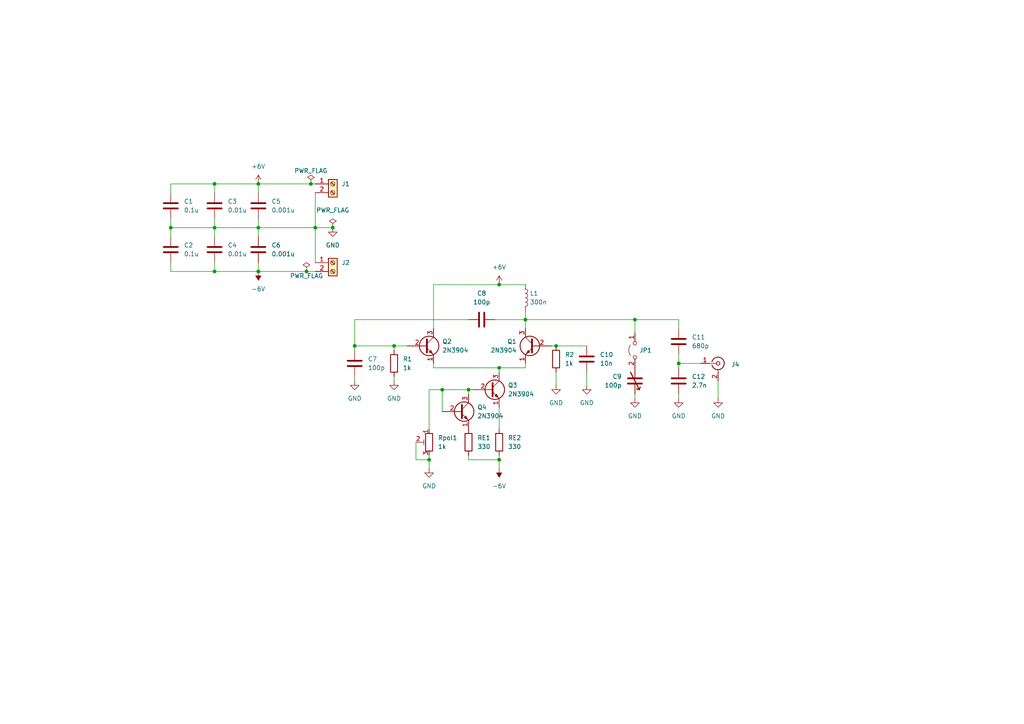
<source format=kicad_sch>
(kicad_sch (version 20231120) (generator "eeschema") (generator_version "8.0")
  (paper "A4")
  (lib_symbols
    (symbol "Connector:Conn_Coaxial" (pin_names (offset 1.016) hide)
      (property "Reference" "J" (at 0.254 3.048 0))
      (property "Value" "Conn_Coaxial" (at 2.921 0 90))
      (symbol "Conn_Coaxial_0_1"
        (arc (start -1.778 -0.508) (mid 0.2311 -1.8066) (end 1.778 0) (stroke (width 0.254)))
        (polyline (pts (xy -2.54 0) (xy -0.508 0)))
        (polyline (pts (xy 0 -2.54) (xy 0 -1.778)))
        (circle (center 0 0) (radius 0.508) (stroke (width 0.2032)))
        (arc (start 1.778 0) (mid 0.2099 1.8101) (end -1.778 0.508) (stroke (width 0.254)))
      )
      (symbol "Conn_Coaxial_1_1"
        (pin passive line (at -5.08 0 0) (length 2.54) (name "In") (number "1"))
        (pin passive line (at 0 -5.08 90) (length 2.54) (name "Ext") (number "2"))
      )
    )
    (symbol "Connector:Screw_Terminal_01x02" (pin_names (offset 1.016) hide)
      (property "Reference" "J" (at 0 2.54 0))
      (property "Value" "Screw_Terminal_01x02" (at 0 -5.08 0))
      (symbol "Screw_Terminal_01x02_1_1"
        (rectangle (start -1.27 1.27) (end 1.27 -3.81) (stroke (width 0.254)) (fill (type background)))
        (circle (center 0 -2.54) (radius 0.635) (stroke (width 0.1524)))
        (polyline (pts (xy -0.5334 -2.2098) (xy 0.3302 -3.048)) (stroke (width 0.1524)))
        (polyline (pts (xy -0.5334 0.3302) (xy 0.3302 -0.508)) (stroke (width 0.1524)))
        (polyline (pts (xy -0.3556 -2.032) (xy 0.508 -2.8702)) (stroke (width 0.1524)))
        (polyline (pts (xy -0.3556 0.508) (xy 0.508 -0.3302)) (stroke (width 0.1524)))
        (circle (center 0 0) (radius 0.635) (stroke (width 0.1524)))
        (pin passive line (at -5.08 0 0) (length 3.81) (name "Pin_1") (number "1"))
        (pin passive line (at -5.08 -2.54 0) (length 3.81) (name "Pin_2") (number "2"))
      )
    )
    (symbol "Device:C" (pin_numbers hide) (pin_names (offset 0.254))
      (property "Reference" "C" (at 0.635 2.54 0))
      (property "Value" "C" (at 0.635 -2.54 0))
      (symbol "C_0_1"
        (polyline (pts (xy -2.032 -0.762) (xy 2.032 -0.762)) (stroke (width 0.508)))
        (polyline (pts (xy -2.032 0.762) (xy 2.032 0.762)) (stroke (width 0.508)))
      )
      (symbol "C_1_1"
        (pin passive line (at 0 3.81 270) (length 2.794) (name "~") (number "1"))
        (pin passive line (at 0 -3.81 90) (length 2.794) (name "~") (number "2"))
      )
    )
    (symbol "Device:C_Variable" (pin_numbers hide) (pin_names (offset 0.254) hide)
      (property "Reference" "C" (at 0.635 -1.905 0))
      (property "Value" "C_Variable" (at 0.635 -3.81 0))
      (symbol "C_Variable_0_1"
        (polyline (pts (xy -2.032 -0.762) (xy 2.032 -0.762)) (stroke (width 0.508)))
        (polyline (pts (xy -2.032 0.762) (xy 2.032 0.762)) (stroke (width 0.508)))
        (polyline (pts (xy 1.27 2.54) (xy -1.27 -2.54)) (stroke (width 0.3048)))
        (polyline (pts (xy 1.27 2.54) (xy 0.508 2.286)) (stroke (width 0.3048)))
        (polyline (pts (xy 1.27 2.54) (xy 1.524 1.778)) (stroke (width 0.3048)))
      )
      (symbol "C_Variable_1_1"
        (pin passive line (at 0 3.81 270) (length 3.048) (name "~") (number "1"))
        (pin passive line (at 0 -3.81 90) (length 3.048) (name "~") (number "2"))
      )
    )
    (symbol "Device:L" (pin_numbers hide) (pin_names (offset 1.016) hide)
      (property "Reference" "L" (at -1.27 0 90))
      (property "Value" "L" (at 1.905 0 90))
      (symbol "L_0_1"
        (arc (start 0 -2.54) (mid 0.6323 -1.905) (end 0 -1.27))
        (arc (start 0 -1.27) (mid 0.6323 -0.635) (end 0 0))
        (arc (start 0 0) (mid 0.6323 0.635) (end 0 1.27))
        (arc (start 0 1.27) (mid 0.6323 1.905) (end 0 2.54))
      )
      (symbol "L_1_1"
        (pin passive line (at 0 3.81 270) (length 1.27) (name "1") (number "1"))
        (pin passive line (at 0 -3.81 90) (length 1.27) (name "2") (number "2"))
      )
    )
    (symbol "Device:R" (pin_numbers hide) (pin_names (offset 0))
      (property "Reference" "R" (at 2.032 0 90))
      (property "Value" "R" (at 0 0 90))
      (symbol "R_0_1"
        (rectangle (start -1.016 -2.54) (end 1.016 2.54) (stroke (width 0.254)))
      )
      (symbol "R_1_1"
        (pin passive line (at 0 3.81 270) (length 1.27) (name "~") (number "1"))
        (pin passive line (at 0 -3.81 90) (length 1.27) (name "~") (number "2"))
      )
    )
    (symbol "Device:R_Potentiometer_Trim" (pin_names (offset 1.016) hide)
      (property "Reference" "RV" (at -4.445 0 90))
      (property "Value" "R_Potentiometer_Trim" (at -2.54 0 90))
      (symbol "R_Potentiometer_Trim_0_1"
        (polyline (pts (xy 1.524 0.762) (xy 1.524 -0.762)))
        (polyline (pts (xy 2.54 0) (xy 1.524 0)))
        (rectangle (start 1.016 2.54) (end -1.016 -2.54) (stroke (width 0.254)))
      )
      (symbol "R_Potentiometer_Trim_1_1"
        (pin passive line (at 0 3.81 270) (length 1.27) (name "1") (number "1"))
        (pin passive line (at 3.81 0 180) (length 1.27) (name "2") (number "2"))
        (pin passive line (at 0 -3.81 90) (length 1.27) (name "3") (number "3"))
      )
    )
    (symbol "GND_1" (power) (pin_numbers hide) (pin_names (offset 0) hide)
      (property "Value" "GND" (at 0 -3.81 0))
      (symbol "GND_1_0_1"
        (polyline (pts (xy 0 0) (xy 0 -1.27) (xy 1.27 -1.27) (xy 0 -2.54) (xy -1.27 -1.27) (xy 0 -1.27)))
      )
      (symbol "GND_1_1_1"
        (pin power_in line (at 0 0 270) (length 0) (name "~") (number "1"))
      )
    )
    (symbol "GND_2" (power) (pin_numbers hide) (pin_names (offset 0) hide)
      (property "Value" "GND" (at 0 -3.81 0))
      (symbol "GND_2_0_1"
        (polyline (pts (xy 0 0) (xy 0 -1.27) (xy 1.27 -1.27) (xy 0 -2.54) (xy -1.27 -1.27) (xy 0 -1.27)))
      )
      (symbol "GND_2_1_1"
        (pin power_in line (at 0 0 270) (length 0) (name "~") (number "1"))
      )
    )
    (symbol "GND_3" (power) (pin_numbers hide) (pin_names (offset 0) hide)
      (property "Value" "GND" (at 0 -3.81 0))
      (symbol "GND_3_0_1"
        (polyline (pts (xy 0 0) (xy 0 -1.27) (xy 1.27 -1.27) (xy 0 -2.54) (xy -1.27 -1.27) (xy 0 -1.27)))
      )
      (symbol "GND_3_1_1"
        (pin power_in line (at 0 0 270) (length 0) (name "~") (number "1"))
      )
    )
    (symbol "GND_4" (power) (pin_numbers hide) (pin_names (offset 0) hide)
      (property "Value" "GND" (at 0 -3.81 0))
      (symbol "GND_4_0_1"
        (polyline (pts (xy 0 0) (xy 0 -1.27) (xy 1.27 -1.27) (xy 0 -2.54) (xy -1.27 -1.27) (xy 0 -1.27)))
      )
      (symbol "GND_4_1_1"
        (pin power_in line (at 0 0 270) (length 0) (name "~") (number "1"))
      )
    )
    (symbol "GND_5" (power) (pin_numbers hide) (pin_names (offset 0) hide)
      (property "Value" "GND" (at 0 -3.81 0))
      (symbol "GND_5_0_1"
        (polyline (pts (xy 0 0) (xy 0 -1.27) (xy 1.27 -1.27) (xy 0 -2.54) (xy -1.27 -1.27) (xy 0 -1.27)))
      )
      (symbol "GND_5_1_1"
        (pin power_in line (at 0 0 270) (length 0) (name "~") (number "1"))
      )
    )
    (symbol "GND_6" (power) (pin_numbers hide) (pin_names (offset 0) hide)
      (property "Value" "GND" (at 0 -3.81 0))
      (symbol "GND_6_0_1"
        (polyline (pts (xy 0 0) (xy 0 -1.27) (xy 1.27 -1.27) (xy 0 -2.54) (xy -1.27 -1.27) (xy 0 -1.27)))
      )
      (symbol "GND_6_1_1"
        (pin power_in line (at 0 0 270) (length 0) (name "~") (number "1"))
      )
    )
    (symbol "GND_7" (power) (pin_numbers hide) (pin_names (offset 0) hide)
      (property "Value" "GND" (at 0 -3.81 0))
      (symbol "GND_7_0_1"
        (polyline (pts (xy 0 0) (xy 0 -1.27) (xy 1.27 -1.27) (xy 0 -2.54) (xy -1.27 -1.27) (xy 0 -1.27)))
      )
      (symbol "GND_7_1_1"
        (pin power_in line (at 0 0 270) (length 0) (name "~") (number "1"))
      )
    )
    (symbol "GND_8" (power) (pin_numbers hide) (pin_names (offset 0) hide)
      (property "Value" "GND" (at 0 -3.81 0))
      (symbol "GND_8_0_1"
        (polyline (pts (xy 0 0) (xy 0 -1.27) (xy 1.27 -1.27) (xy 0 -2.54) (xy -1.27 -1.27) (xy 0 -1.27)))
      )
      (symbol "GND_8_1_1"
        (pin power_in line (at 0 0 270) (length 0) (name "~") (number "1"))
      )
    )
    (symbol "Jumper:Jumper_2_Open" (pin_names (offset 0) hide)
      (property "Reference" "JP" (at 0 2.794 0))
      (property "Value" "Jumper_2_Open" (at 0 -2.286 0))
      (symbol "Jumper_2_Open_0_0"
        (circle (center -2.032 0) (radius 0.508))
        (circle (center 2.032 0) (radius 0.508))
      )
      (symbol "Jumper_2_Open_0_1"
        (arc (start 1.524 1.27) (mid 0 1.778) (end -1.524 1.27))
      )
      (symbol "Jumper_2_Open_1_1"
        (pin passive line (at -5.08 0 0) (length 2.54) (name "A") (number "1"))
        (pin passive line (at 5.08 0 180) (length 2.54) (name "B") (number "2"))
      )
    )
    (symbol "PWR_FLAG_1" (power) (pin_numbers hide) (pin_names (offset 0) hide)
      (property "Value" "PWR_FLAG" (at 0 3.81 0))
      (symbol "PWR_FLAG_1_0_0"
        (pin power_out line (at 0 0 90) (length 0) (name "~") (number "1"))
      )
      (symbol "PWR_FLAG_1_0_1"
        (polyline (pts (xy 0 0) (xy 0 1.27) (xy -1.016 1.905) (xy 0 2.54) (xy 1.016 1.905) (xy 0 1.27)))
      )
    )
    (symbol "PWR_FLAG_2" (power) (pin_numbers hide) (pin_names (offset 0) hide)
      (property "Value" "PWR_FLAG" (at 0 3.81 0))
      (symbol "PWR_FLAG_2_0_0"
        (pin power_out line (at 0 0 90) (length 0) (name "~") (number "1"))
      )
      (symbol "PWR_FLAG_2_0_1"
        (polyline (pts (xy 0 0) (xy 0 1.27) (xy -1.016 1.905) (xy 0 2.54) (xy 1.016 1.905) (xy 0 1.27)))
      )
    )
    (symbol "Transistor_BJT:2N3904" (pin_names (offset 0) hide)
      (property "Reference" "Q" (at 5.08 1.905 0))
      (property "Value" "2N3904" (at 5.08 0 0))
      (symbol "2N3904_0_1"
        (polyline (pts (xy 0.635 0.635) (xy 2.54 2.54)))
        (polyline (pts (xy 0.635 -0.635) (xy 2.54 -2.54) (xy 2.54 -2.54)))
        (polyline (pts (xy 0.635 1.905) (xy 0.635 -1.905) (xy 0.635 -1.905)) (stroke (width 0.508)))
        (polyline (pts (xy 1.27 -1.778) (xy 1.778 -1.27) (xy 2.286 -2.286) (xy 1.27 -1.778) (xy 1.27 -1.778)) (fill (type outline)))
        (circle (center 1.27 0) (radius 2.8194) (stroke (width 0.254)))
      )
      (symbol "2N3904_1_1"
        (pin passive line (at 2.54 -5.08 90) (length 2.54) (name "E") (number "1"))
        (pin passive line (at -5.08 0 0) (length 5.715) (name "B") (number "2"))
        (pin passive line (at 2.54 5.08 270) (length 2.54) (name "C") (number "3"))
      )
    )
    (symbol "power:GND" (power) (pin_numbers hide) (pin_names (offset 0) hide)
      (property "Value" "GND" (at 0 -3.81 0))
      (symbol "GND_0_1"
        (polyline (pts (xy 0 0) (xy 0 -1.27) (xy 1.27 -1.27) (xy 0 -2.54) (xy -1.27 -1.27) (xy 0 -1.27)))
      )
      (symbol "GND_1_1"
        (pin power_in line (at 0 0 270) (length 0) (name "~") (number "1"))
      )
    )
    (symbol "power:PWR_FLAG" (power) (pin_numbers hide) (pin_names (offset 0) hide)
      (property "Value" "PWR_FLAG" (at 0 3.81 0))
      (symbol "PWR_FLAG_0_0"
        (pin power_out line (at 0 0 90) (length 0) (name "~") (number "1"))
      )
      (symbol "PWR_FLAG_0_1"
        (polyline (pts (xy 0 0) (xy 0 1.27) (xy -1.016 1.905) (xy 0 2.54) (xy 1.016 1.905) (xy 0 1.27)))
      )
    )
    (symbol "power:VCC" (power) (pin_numbers hide) (pin_names (offset 0) hide)
      (property "Value" "VCC" (at 0 3.556 0))
      (symbol "VCC_0_1"
        (polyline (pts (xy -0.762 1.27) (xy 0 2.54)))
        (polyline (pts (xy 0 0) (xy 0 2.54)))
        (polyline (pts (xy 0 2.54) (xy 0.762 1.27)))
      )
      (symbol "VCC_1_1"
        (pin power_in line (at 0 0 90) (length 0) (name "~") (number "1"))
      )
    )
    (symbol "power:VEE" (power) (pin_numbers hide) (pin_names (offset 0) hide)
      (property "Value" "VEE" (at 0 3.556 0))
      (symbol "VEE_0_1"
        (polyline (pts (xy 0 0) (xy 0 2.54)))
        (polyline (pts (xy 0.762 1.27) (xy -0.762 1.27) (xy 0 2.54) (xy 0.762 1.27)) (fill (type outline)))
      )
      (symbol "VEE_1_1"
        (pin power_in line (at 0 0 90) (length 0) (name "~") (number "1"))
      )
    )
  )
  (junction (at 96.52 66.04))
  (junction (at 91.44 66.04))
  (junction (at 184.15 92.71))
  (junction (at 144.78 133.35))
  (junction (at 161.29 100.33))
  (junction (at 90.17 53.34))
  (junction (at 74.93 53.34))
  (junction (at 114.3 100.33))
  (junction (at 128.27 113.03))
  (junction (at 144.78 82.55))
  (junction (at 49.53 66.04))
  (junction (at 62.23 78.74))
  (junction (at 88.9 78.74))
  (junction (at 62.23 66.04))
  (junction (at 124.46 133.35))
  (junction (at 62.23 53.34))
  (junction (at 135.89 113.03))
  (junction (at 74.93 66.04))
  (junction (at 74.93 78.74))
  (junction (at 152.4 92.71))
  (junction (at 144.78 106.68))
  (junction (at 102.87 100.33))
  (junction (at 196.85 105.41))
  (wire (pts (xy 196.85 114.3) (xy 196.85 115.57)))
  (wire (pts (xy 102.87 100.33) (xy 102.87 101.6)))
  (wire (pts (xy 91.44 55.88) (xy 91.44 66.04)))
  (wire (pts (xy 49.53 66.04) (xy 49.53 68.58)))
  (wire (pts (xy 124.46 133.35) (xy 120.65 133.35)))
  (wire (pts (xy 196.85 105.41) (xy 203.2 105.41)))
  (wire (pts (xy 49.53 63.5) (xy 49.53 66.04)))
  (wire (pts (xy 161.29 100.33) (xy 170.18 100.33)))
  (wire (pts (xy 124.46 113.03) (xy 124.46 124.46)))
  (wire (pts (xy 128.27 113.03) (xy 128.27 119.38)))
  (wire (pts (xy 125.73 106.68) (xy 144.78 106.68)))
  (wire (pts (xy 49.53 78.74) (xy 62.23 78.74)))
  (wire (pts (xy 196.85 95.25) (xy 196.85 92.71)))
  (wire (pts (xy 62.23 78.74) (xy 74.93 78.74)))
  (wire (pts (xy 152.4 95.25) (xy 152.4 92.71)))
  (wire (pts (xy 74.93 53.34) (xy 90.17 53.34)))
  (wire (pts (xy 184.15 96.52) (xy 184.15 92.71)))
  (wire (pts (xy 144.78 133.35) (xy 144.78 132.08)))
  (wire (pts (xy 49.53 53.34) (xy 62.23 53.34)))
  (wire (pts (xy 124.46 113.03) (xy 128.27 113.03)))
  (wire (pts (xy 49.53 53.34) (xy 49.53 55.88)))
  (wire (pts (xy 135.89 113.03) (xy 135.89 114.3)))
  (wire (pts (xy 184.15 114.3) (xy 184.15 115.57)))
  (wire (pts (xy 208.28 115.57) (xy 208.28 110.49)))
  (wire (pts (xy 184.15 92.71) (xy 196.85 92.71)))
  (wire (pts (xy 144.78 82.55) (xy 152.4 82.55)))
  (wire (pts (xy 114.3 100.33) (xy 118.11 100.33)))
  (wire (pts (xy 62.23 63.5) (xy 62.23 66.04)))
  (wire (pts (xy 135.89 113.03) (xy 137.16 113.03)))
  (wire (pts (xy 135.89 133.35) (xy 144.78 133.35)))
  (wire (pts (xy 49.53 66.04) (xy 62.23 66.04)))
  (wire (pts (xy 152.4 105.41) (xy 152.4 106.68)))
  (wire (pts (xy 114.3 100.33) (xy 114.3 101.6)))
  (wire (pts (xy 62.23 53.34) (xy 62.23 55.88)))
  (wire (pts (xy 144.78 106.68) (xy 152.4 106.68)))
  (wire (pts (xy 143.51 92.71) (xy 152.4 92.71)))
  (wire (pts (xy 88.9 78.74) (xy 91.44 78.74)))
  (wire (pts (xy 135.89 133.35) (xy 135.89 132.08)))
  (wire (pts (xy 91.44 66.04) (xy 91.44 76.2)))
  (wire (pts (xy 102.87 100.33) (xy 114.3 100.33)))
  (wire (pts (xy 102.87 109.22) (xy 102.87 110.49)))
  (wire (pts (xy 196.85 105.41) (xy 196.85 106.68)))
  (wire (pts (xy 125.73 82.55) (xy 125.73 95.25)))
  (wire (pts (xy 96.52 66.04) (xy 91.44 66.04)))
  (wire (pts (xy 120.65 128.27) (xy 120.65 133.35)))
  (wire (pts (xy 152.4 90.17) (xy 152.4 92.71)))
  (wire (pts (xy 49.53 76.2) (xy 49.53 78.74)))
  (wire (pts (xy 152.4 92.71) (xy 184.15 92.71)))
  (wire (pts (xy 62.23 76.2) (xy 62.23 78.74)))
  (wire (pts (xy 102.87 92.71) (xy 102.87 100.33)))
  (wire (pts (xy 124.46 132.08) (xy 124.46 133.35)))
  (wire (pts (xy 90.17 53.34) (xy 91.44 53.34)))
  (wire (pts (xy 196.85 102.87) (xy 196.85 105.41)))
  (wire (pts (xy 124.46 133.35) (xy 124.46 135.89)))
  (wire (pts (xy 160.02 100.33) (xy 161.29 100.33)))
  (wire (pts (xy 125.73 82.55) (xy 144.78 82.55)))
  (wire (pts (xy 128.27 113.03) (xy 135.89 113.03)))
  (wire (pts (xy 114.3 109.22) (xy 114.3 110.49)))
  (wire (pts (xy 62.23 66.04) (xy 74.93 66.04)))
  (wire (pts (xy 62.23 53.34) (xy 74.93 53.34)))
  (wire (pts (xy 74.93 66.04) (xy 91.44 66.04)))
  (wire (pts (xy 74.93 63.5) (xy 74.93 66.04)))
  (wire (pts (xy 74.93 66.04) (xy 74.93 68.58)))
  (wire (pts (xy 74.93 53.34) (xy 74.93 55.88)))
  (wire (pts (xy 144.78 106.68) (xy 144.78 107.95)))
  (wire (pts (xy 74.93 78.74) (xy 88.9 78.74)))
  (wire (pts (xy 125.73 105.41) (xy 125.73 106.68)))
  (wire (pts (xy 102.87 92.71) (xy 135.89 92.71)))
  (wire (pts (xy 161.29 107.95) (xy 161.29 111.76)))
  (wire (pts (xy 62.23 66.04) (xy 62.23 68.58)))
  (wire (pts (xy 170.18 107.95) (xy 170.18 111.76)))
  (wire (pts (xy 144.78 118.11) (xy 144.78 124.46)))
  (wire (pts (xy 144.78 133.35) (xy 144.78 135.89)))
  (wire (pts (xy 74.93 76.2) (xy 74.93 78.74)))
  (symbol (lib_name "GND_6") (lib_id "power:GND") (at 124.46 135.89 0) (unit 1)
    (property "Reference" "#PWR06" (effects (hide yes)))
    (property "Value" "GND" (at 124.46 140.97 0))
    (property "Description" "Power symbol creates a global label with name \"GND\" , ground" (effects (hide yes)))
  )
  (symbol (lib_id "Transistor_BJT:2N3904") (at 154.94 100.33 0) (mirror y) (unit 1)
    (property "Reference" "Q1" (at 149.86 99.0599 0) (effects (justify left)))
    (property "Value" "2N3904" (at 149.86 101.5999 0) (effects (justify left)))
    (property "Footprint" "Package_TO_SOT_THT:TO-92_Wide" (effects (hide yes)))
    (property "Datasheet" "https://www.onsemi.com/pub/Collateral/2N3903-D.PDF" (effects (hide yes)))
  )
  (symbol (lib_id "Connector:Screw_Terminal_01x02") (at 96.52 76.2 0) (unit 1)
    (property "Reference" "J2" (at 99.06 76.1999 0) (effects (justify left)))
    (property "Value" "Screw_Terminal_01x02" (effects (hide yes)))
    (property "Footprint" "TerminalBlock_Phoenix:TerminalBlock_Phoenix_MKDS-1,5-2_1x02_P5.00mm_Horizontal" (effects (hide yes)))
  )
  (symbol (lib_id "Device:C") (at 62.23 59.69 0) (unit 1)
    (property "Reference" "C3" (at 66.04 58.4199 0) (effects (justify left)))
    (property "Value" "0.01u" (at 66.04 60.9599 0) (effects (justify left)))
    (property "Footprint" "Capacitor_THT:C_Disc_D7.5mm_W5.0mm_P5.00mm" (effects (hide yes)))
    (property "Description" "Unpolarized capacitor" (effects (hide yes)))
  )
  (symbol (lib_id "Device:C") (at 139.7 92.71 90) (unit 1)
    (property "Reference" "C8" (at 139.7 85.09 90))
    (property "Value" "100p" (at 139.7 87.63 90))
    (property "Footprint" "Capacitor_THT:C_Disc_D7.5mm_W5.0mm_P5.00mm" (effects (hide yes)))
    (property "Description" "Unpolarized capacitor" (effects (hide yes)))
  )
  (symbol (lib_name "GND_7") (lib_id "power:GND") (at 114.3 110.49 0) (unit 1)
    (property "Reference" "#PWR05" (effects (hide yes)))
    (property "Value" "GND" (at 114.3 115.57 0))
    (property "Description" "Power symbol creates a global label with name \"GND\" , ground" (effects (hide yes)))
  )
  (symbol (lib_id "Device:R") (at 161.29 104.14 0) (unit 1)
    (property "Reference" "R2" (at 163.83 102.8699 0) (effects (justify left)))
    (property "Value" "1k" (at 163.83 105.4099 0) (effects (justify left)))
    (property "Footprint" "Resistor_THT:R_Axial_DIN0411_L9.9mm_D3.6mm_P12.70mm_Horizontal" (effects (hide yes)))
  )
  (symbol (lib_id "power:VEE") (at 74.93 78.74 180) (unit 1)
    (property "Reference" "#PWR02" (effects (hide yes)))
    (property "Value" "-6V" (at 74.93 83.82 0))
    (property "Description" "Power symbol creates a global label with name \"VEE\"" (effects (hide yes)))
  )
  (symbol (lib_name "GND_5") (lib_id "power:GND") (at 208.28 115.57 0) (unit 1)
    (property "Reference" "#PWR015" (effects (hide yes)))
    (property "Value" "GND" (at 208.28 120.65 0))
    (property "Description" "Power symbol creates a global label with name \"GND\" , ground" (effects (hide yes)))
  )
  (symbol (lib_id "Device:L") (at 152.4 86.36 0) (unit 1)
    (property "Reference" "L1" (at 153.67 85.0899 0) (effects (justify left)))
    (property "Value" "300n" (at 153.67 87.6299 0) (effects (justify left)))
    (property "Footprint" "Inductor_THT:L_Radial_D13.5mm_P7.00mm_Fastron_09HCP" (effects (hide yes)))
  )
  (symbol (lib_id "Device:C") (at 196.85 110.49 180) (unit 1)
    (property "Reference" "C12" (at 200.66 109.2199 0) (effects (justify right)))
    (property "Value" "2.7n" (at 200.66 111.7599 0) (effects (justify right)))
    (property "Footprint" "Capacitor_THT:C_Disc_D7.5mm_W5.0mm_P5.00mm" (effects (hide yes)))
    (property "Description" "Unpolarized capacitor" (effects (hide yes)))
  )
  (symbol (lib_id "Device:C") (at 196.85 99.06 180) (unit 1)
    (property "Reference" "C11" (at 200.66 97.7899 0) (effects (justify right)))
    (property "Value" "680p" (at 200.66 100.3299 0) (effects (justify right)))
    (property "Footprint" "Capacitor_THT:C_Disc_D7.5mm_W5.0mm_P5.00mm" (effects (hide yes)))
    (property "Description" "Unpolarized capacitor" (effects (hide yes)))
  )
  (symbol (lib_id "Device:C") (at 74.93 59.69 0) (unit 1)
    (property "Reference" "C5" (at 78.74 58.4199 0) (effects (justify left)))
    (property "Value" "0.001u" (at 78.74 60.9599 0) (effects (justify left)))
    (property "Footprint" "Capacitor_THT:C_Disc_D7.5mm_W5.0mm_P5.00mm" (effects (hide yes)))
    (property "Description" "Unpolarized capacitor" (effects (hide yes)))
  )
  (symbol (lib_id "power:GND") (at 96.52 66.04 0) (unit 1)
    (property "Reference" "#PWR03" (effects (hide yes)))
    (property "Value" "GND" (at 96.52 71.12 0))
    (property "Description" "Power symbol creates a global label with name \"GND\" , ground" (effects (hide yes)))
  )
  (symbol (lib_id "Transistor_BJT:2N3904") (at 142.24 113.03 0) (unit 1)
    (property "Reference" "Q3" (at 147.32 111.7599 0) (effects (justify left)))
    (property "Value" "2N3904" (at 147.32 114.2999 0) (effects (justify left)))
    (property "Footprint" "Package_TO_SOT_THT:TO-92_Wide" (effects (hide yes)))
    (property "Datasheet" "https://www.onsemi.com/pub/Collateral/2N3903-D.PDF" (effects (hide yes)))
  )
  (symbol (lib_name "GND_8") (lib_id "power:GND") (at 102.87 110.49 0) (unit 1)
    (property "Reference" "#PWR04" (effects (hide yes)))
    (property "Value" "GND" (at 102.87 115.57 0))
    (property "Description" "Power symbol creates a global label with name \"GND\" , ground" (effects (hide yes)))
  )
  (symbol (lib_id "power:VEE") (at 144.78 135.89 180) (unit 1)
    (property "Reference" "#PWR07" (effects (hide yes)))
    (property "Value" "-6V" (at 144.78 140.97 0))
    (property "Description" "Power symbol creates a global label with name \"VEE\"" (effects (hide yes)))
  )
  (symbol (lib_name "GND_3") (lib_id "power:GND") (at 184.15 115.57 0) (mirror y) (unit 1)
    (property "Reference" "#PWR010" (effects (hide yes)))
    (property "Value" "GND" (at 184.15 120.65 0))
    (property "Description" "Power symbol creates a global label with name \"GND\" , ground" (effects (hide yes)))
  )
  (symbol (lib_id "Device:R") (at 144.78 128.27 0) (unit 1)
    (property "Reference" "RE2" (at 147.32 126.9999 0) (effects (justify left)))
    (property "Value" "330" (at 147.32 129.5399 0) (effects (justify left)))
    (property "Footprint" "Resistor_THT:R_Axial_DIN0411_L9.9mm_D3.6mm_P12.70mm_Horizontal" (effects (hide yes)))
  )
  (symbol (lib_name "GND_2") (lib_id "power:GND") (at 170.18 111.76 0) (unit 1)
    (property "Reference" "#PWR011" (effects (hide yes)))
    (property "Value" "GND" (at 170.18 116.84 0))
    (property "Description" "Power symbol creates a global label with name \"GND\" , ground" (effects (hide yes)))
  )
  (symbol (lib_id "Device:C") (at 49.53 72.39 0) (unit 1)
    (property "Reference" "C2" (at 53.34 71.1199 0) (effects (justify left)))
    (property "Value" "0.1u" (at 53.34 73.6599 0) (effects (justify left)))
    (property "Footprint" "Capacitor_THT:C_Disc_D7.5mm_W5.0mm_P5.00mm" (effects (hide yes)))
    (property "Description" "Unpolarized capacitor" (effects (hide yes)))
  )
  (symbol (lib_id "Jumper:Jumper_2_Open") (at 184.15 101.6 90) (mirror x) (unit 1)
    (property "Reference" "JP1" (at 185.42 101.6001 90) (effects (justify right)))
    (property "Value" "Jumper_2_Open" (effects (hide yes)))
    (property "Footprint" "Connector_PinHeader_2.54mm:PinHeader_1x02_P2.54mm_Vertical" (effects (hide yes)))
  )
  (symbol (lib_id "Device:R") (at 135.89 128.27 0) (unit 1)
    (property "Reference" "RE1" (at 138.43 126.9999 0) (effects (justify left)))
    (property "Value" "330" (at 138.43 129.5399 0) (effects (justify left)))
    (property "Footprint" "Resistor_THT:R_Axial_DIN0411_L9.9mm_D3.6mm_P12.70mm_Horizontal" (effects (hide yes)))
  )
  (symbol (lib_id "Device:R") (at 114.3 105.41 0) (unit 1)
    (property "Reference" "R1" (at 116.84 104.1399 0) (effects (justify left)))
    (property "Value" "1k" (at 116.84 106.6799 0) (effects (justify left)))
    (property "Footprint" "Resistor_THT:R_Axial_DIN0411_L9.9mm_D3.6mm_P12.70mm_Horizontal" (effects (hide yes)))
  )
  (symbol (lib_id "Transistor_BJT:2N3904") (at 123.19 100.33 0) (unit 1)
    (property "Reference" "Q2" (at 128.27 99.0599 0) (effects (justify left)))
    (property "Value" "2N3904" (at 128.27 101.5999 0) (effects (justify left)))
    (property "Footprint" "Package_TO_SOT_THT:TO-92_Wide" (effects (hide yes)))
    (property "Datasheet" "https://www.onsemi.com/pub/Collateral/2N3903-D.PDF" (effects (hide yes)))
  )
  (symbol (lib_id "Device:C") (at 62.23 72.39 0) (unit 1)
    (property "Reference" "C4" (at 66.04 71.1199 0) (effects (justify left)))
    (property "Value" "0.01u" (at 66.04 73.6599 0) (effects (justify left)))
    (property "Footprint" "Capacitor_THT:C_Disc_D7.5mm_W5.0mm_P5.00mm" (effects (hide yes)))
    (property "Description" "Unpolarized capacitor" (effects (hide yes)))
  )
  (symbol (lib_id "power:PWR_FLAG") (at 96.52 66.04 0) (unit 1)
    (property "Reference" "#FLG03" (effects (hide yes)))
    (property "Value" "PWR_FLAG" (at 96.52 60.96 0))
    (property "Description" "Special symbol for telling ERC where power comes from" (effects (hide yes)))
  )
  (symbol (lib_id "Device:R_Potentiometer_Trim") (at 124.46 128.27 0) (mirror y) (unit 1)
    (property "Reference" "Rpol1" (at 127 126.9999 0) (effects (justify right)))
    (property "Value" "1k" (at 127 129.5399 0) (effects (justify right)))
    (property "Footprint" "Potentiometer_THT:Potentiometer_Bourns_3266Y_Vertical" (effects (hide yes)))
  )
  (symbol (lib_name "GND_4") (lib_id "power:GND") (at 196.85 115.57 0) (unit 1)
    (property "Reference" "#PWR014" (effects (hide yes)))
    (property "Value" "GND" (at 196.85 120.65 0))
    (property "Description" "Power symbol creates a global label with name \"GND\" , ground" (effects (hide yes)))
  )
  (symbol (lib_id "Device:C") (at 102.87 105.41 0) (unit 1)
    (property "Reference" "C7" (at 106.68 104.1399 0) (effects (justify left)))
    (property "Value" "100p" (at 106.68 106.6799 0) (effects (justify left)))
    (property "Footprint" "Capacitor_THT:C_Disc_D7.5mm_W5.0mm_P5.00mm" (effects (hide yes)))
    (property "Description" "Unpolarized capacitor" (effects (hide yes)))
  )
  (symbol (lib_id "power:VCC") (at 144.78 82.55 0) (unit 1)
    (property "Reference" "#PWR08" (effects (hide yes)))
    (property "Value" "+6V" (at 144.78 77.47 0))
    (property "Description" "Power symbol creates a global label with name \"VCC\"" (effects (hide yes)))
  )
  (symbol (lib_id "power:VCC") (at 74.93 53.34 0) (unit 1)
    (property "Reference" "#PWR01" (effects (hide yes)))
    (property "Value" "+6V" (at 74.93 48.26 0))
    (property "Description" "Power symbol creates a global label with name \"VCC\"" (effects (hide yes)))
  )
  (symbol (lib_name "PWR_FLAG_1") (lib_id "power:PWR_FLAG") (at 90.17 53.34 0) (unit 1)
    (property "Reference" "#FLG02" (effects (hide yes)))
    (property "Value" "PWR_FLAG" (at 90.17 49.53 0))
    (property "Description" "Special symbol for telling ERC where power comes from" (effects (hide yes)))
  )
  (symbol (lib_name "PWR_FLAG_2") (lib_id "power:PWR_FLAG") (at 88.9 78.74 0) (unit 1)
    (property "Reference" "#FLG01" (effects (hide yes)))
    (property "Value" "PWR_FLAG" (at 88.9 80.01 0))
    (property "Description" "Special symbol for telling ERC where power comes from" (effects (hide yes)))
  )
  (symbol (lib_id "Transistor_BJT:2N3904") (at 133.35 119.38 0) (unit 1)
    (property "Reference" "Q4" (at 138.43 118.1099 0) (effects (justify left)))
    (property "Value" "2N3904" (at 138.43 120.6499 0) (effects (justify left)))
    (property "Footprint" "Package_TO_SOT_THT:TO-92_Wide" (effects (hide yes)))
    (property "Datasheet" "https://www.onsemi.com/pub/Collateral/2N3903-D.PDF" (effects (hide yes)))
  )
  (symbol (lib_id "Device:C_Variable") (at 184.15 110.49 0) (mirror x) (unit 1)
    (property "Reference" "C9" (at 180.34 109.2199 0) (effects (justify right)))
    (property "Value" "100p" (at 180.34 111.7599 0) (effects (justify right)))
    (property "Footprint" "Potentiometer_THT:Potentiometer_Runtron_RM-065_Vertical" (effects (hide yes)))
    (property "Description" "Variable capacitor" (effects (hide yes)))
  )
  (symbol (lib_id "Device:C") (at 49.53 59.69 0) (unit 1)
    (property "Reference" "C1" (at 53.34 58.4199 0) (effects (justify left)))
    (property "Value" "0.1u" (at 53.34 60.9599 0) (effects (justify left)))
    (property "Footprint" "Capacitor_THT:C_Disc_D7.5mm_W5.0mm_P5.00mm" (effects (hide yes)))
    (property "Description" "Unpolarized capacitor" (effects (hide yes)))
  )
  (symbol (lib_id "Connector:Conn_Coaxial") (at 208.28 105.41 0) (unit 1)
    (property "Reference" "J4" (at 212.09 105.7031 0) (effects (justify left)))
    (property "Value" "Conn_Coaxial" (effects (hide yes)))
    (property "Footprint" "SamacSys_Parts:B6252H5NPP3G50" (effects (hide yes)))
    (property "Description" "coaxial connector (BNC, SMA, SMB, SMC, Cinch/RCA, LEMO, ...)" (effects (hide yes)))
  )
  (symbol (lib_name "GND_1") (lib_id "power:GND") (at 161.29 111.76 0) (unit 1)
    (property "Reference" "#PWR09" (effects (hide yes)))
    (property "Value" "GND" (at 161.29 116.84 0))
    (property "Description" "Power symbol creates a global label with name \"GND\" , ground" (effects (hide yes)))
  )
  (symbol (lib_id "Device:C") (at 74.93 72.39 0) (unit 1)
    (property "Reference" "C6" (at 78.74 71.1199 0) (effects (justify left)))
    (property "Value" "0.001u" (at 78.74 73.6599 0) (effects (justify left)))
    (property "Footprint" "Capacitor_THT:C_Disc_D7.5mm_W5.0mm_P5.00mm" (effects (hide yes)))
    (property "Description" "Unpolarized capacitor" (effects (hide yes)))
  )
  (symbol (lib_id "Device:C") (at 170.18 104.14 0) (unit 1)
    (property "Reference" "C10" (at 173.99 102.8699 0) (effects (justify left)))
    (property "Value" "10n" (at 173.99 105.4099 0) (effects (justify left)))
    (property "Footprint" "Capacitor_THT:C_Disc_D7.5mm_W5.0mm_P5.00mm" (effects (hide yes)))
    (property "Description" "Unpolarized capacitor" (effects (hide yes)))
  )
  (symbol (lib_id "Connector:Screw_Terminal_01x02") (at 96.52 53.34 0) (unit 1)
    (property "Reference" "J1" (at 99.06 53.3399 0) (effects (justify left)))
    (property "Value" "Screw_Terminal_01x02" (effects (hide yes)))
    (property "Footprint" "TerminalBlock_Phoenix:TerminalBlock_Phoenix_MKDS-1,5-2_1x02_P5.00mm_Horizontal" (effects (hide yes)))
  )
)
</source>
